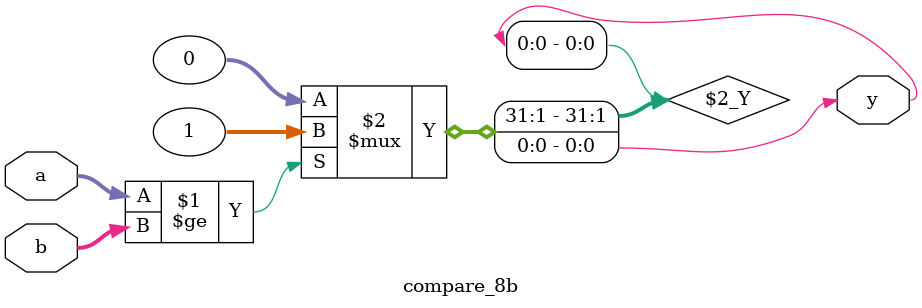
<source format=v>
`timescale 10ns/1ns
module compare_8b(output y,input [7:0]a,input [7:0]b);
  assign y=(a>=b)?1:0;
endmodule

</source>
